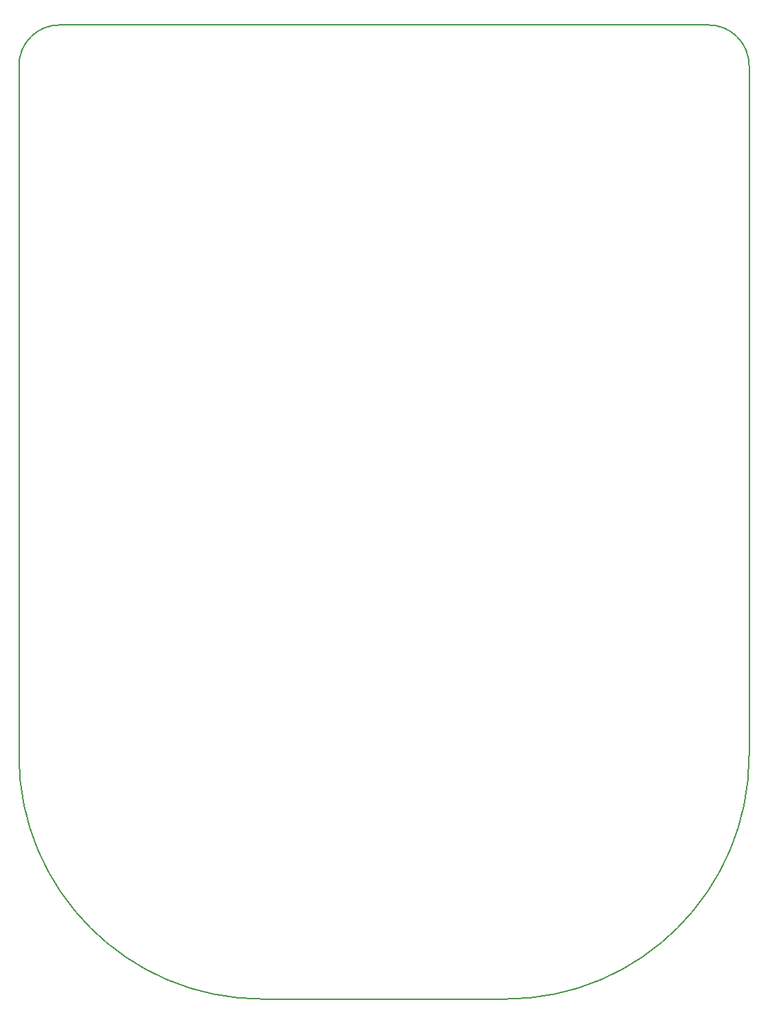
<source format=gbr>
G04 #@! TF.GenerationSoftware,KiCad,Pcbnew,(5.0.1)-3*
G04 #@! TF.CreationDate,2019-11-22T01:05:05+00:00*
G04 #@! TF.ProjectId,non-laser case,6E6F6E2D6C6173657220636173652E6B,rev?*
G04 #@! TF.SameCoordinates,Original*
G04 #@! TF.FileFunction,Profile,NP*
%FSLAX46Y46*%
G04 Gerber Fmt 4.6, Leading zero omitted, Abs format (unit mm)*
G04 Created by KiCad (PCBNEW (5.0.1)-3) date 22/11/2019 01:05:05*
%MOMM*%
%LPD*%
G01*
G04 APERTURE LIST*
%ADD10C,0.150000*%
G04 APERTURE END LIST*
D10*
X120000000Y-20000000D02*
G75*
G02X125000000Y-25000000I0J-5000000D01*
G01*
X35000000Y-25000000D02*
G75*
G02X40000000Y-20000000I5000000J0D01*
G01*
X65000000Y-140000000D02*
G75*
G02X35000000Y-110000000I0J30000000D01*
G01*
X125000000Y-110000000D02*
G75*
G02X95000000Y-140000000I-30000000J0D01*
G01*
X65000000Y-140000000D02*
X95000000Y-140000000D01*
X125000000Y-25000000D02*
X125000000Y-110000000D01*
X40000000Y-20000000D02*
X120000000Y-20000000D01*
X35000000Y-25000000D02*
X35000000Y-110000000D01*
M02*

</source>
